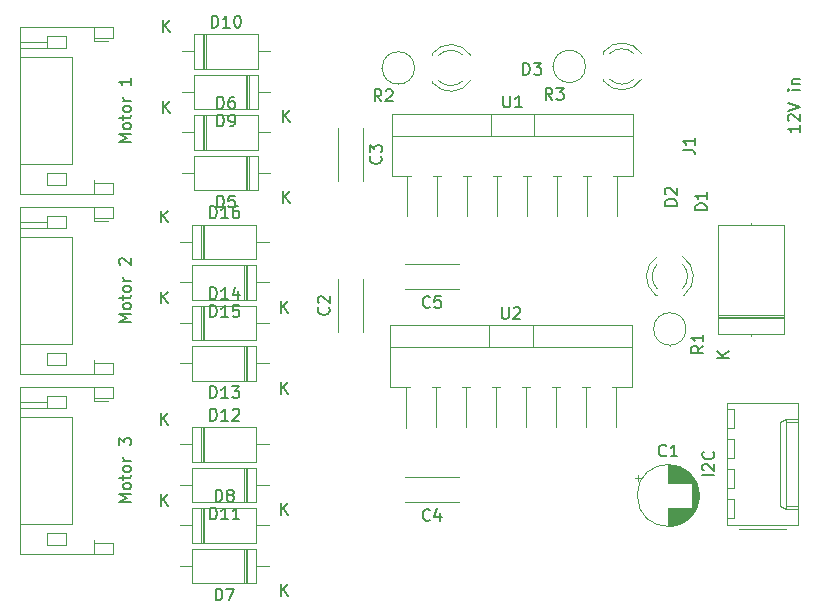
<source format=gbr>
G04 #@! TF.GenerationSoftware,KiCad,Pcbnew,5.1.6+dfsg1-1*
G04 #@! TF.CreationDate,2021-02-24T22:01:50+01:00*
G04 #@! TF.ProjectId,motor-control,6d6f746f-722d-4636-9f6e-74726f6c2e6b,rev?*
G04 #@! TF.SameCoordinates,Original*
G04 #@! TF.FileFunction,Legend,Top*
G04 #@! TF.FilePolarity,Positive*
%FSLAX46Y46*%
G04 Gerber Fmt 4.6, Leading zero omitted, Abs format (unit mm)*
G04 Created by KiCad (PCBNEW 5.1.6+dfsg1-1) date 2021-02-24 22:01:50*
%MOMM*%
%LPD*%
G01*
G04 APERTURE LIST*
%ADD10C,0.120000*%
%ADD11C,0.150000*%
G04 APERTURE END LIST*
D10*
X187759000Y-59509000D02*
X187759000Y-56569000D01*
X187759000Y-56569000D02*
X182319000Y-56569000D01*
X182319000Y-56569000D02*
X182319000Y-59509000D01*
X182319000Y-59509000D02*
X187759000Y-59509000D01*
X188779000Y-58039000D02*
X187759000Y-58039000D01*
X181299000Y-58039000D02*
X182319000Y-58039000D01*
X186859000Y-59509000D02*
X186859000Y-56569000D01*
X186739000Y-59509000D02*
X186739000Y-56569000D01*
X186979000Y-59509000D02*
X186979000Y-56569000D01*
X225108000Y-92202000D02*
G75*
G03*
X225108000Y-92202000I-2620000J0D01*
G01*
X222488000Y-93242000D02*
X222488000Y-94782000D01*
X222488000Y-89622000D02*
X222488000Y-91162000D01*
X222528000Y-93242000D02*
X222528000Y-94782000D01*
X222528000Y-89622000D02*
X222528000Y-91162000D01*
X222568000Y-89623000D02*
X222568000Y-91162000D01*
X222568000Y-93242000D02*
X222568000Y-94781000D01*
X222608000Y-89624000D02*
X222608000Y-91162000D01*
X222608000Y-93242000D02*
X222608000Y-94780000D01*
X222648000Y-89626000D02*
X222648000Y-91162000D01*
X222648000Y-93242000D02*
X222648000Y-94778000D01*
X222688000Y-89629000D02*
X222688000Y-91162000D01*
X222688000Y-93242000D02*
X222688000Y-94775000D01*
X222728000Y-89633000D02*
X222728000Y-91162000D01*
X222728000Y-93242000D02*
X222728000Y-94771000D01*
X222768000Y-89637000D02*
X222768000Y-91162000D01*
X222768000Y-93242000D02*
X222768000Y-94767000D01*
X222808000Y-89641000D02*
X222808000Y-91162000D01*
X222808000Y-93242000D02*
X222808000Y-94763000D01*
X222848000Y-89646000D02*
X222848000Y-91162000D01*
X222848000Y-93242000D02*
X222848000Y-94758000D01*
X222888000Y-89652000D02*
X222888000Y-91162000D01*
X222888000Y-93242000D02*
X222888000Y-94752000D01*
X222928000Y-89659000D02*
X222928000Y-91162000D01*
X222928000Y-93242000D02*
X222928000Y-94745000D01*
X222968000Y-89666000D02*
X222968000Y-91162000D01*
X222968000Y-93242000D02*
X222968000Y-94738000D01*
X223008000Y-89674000D02*
X223008000Y-91162000D01*
X223008000Y-93242000D02*
X223008000Y-94730000D01*
X223048000Y-89682000D02*
X223048000Y-91162000D01*
X223048000Y-93242000D02*
X223048000Y-94722000D01*
X223088000Y-89691000D02*
X223088000Y-91162000D01*
X223088000Y-93242000D02*
X223088000Y-94713000D01*
X223128000Y-89701000D02*
X223128000Y-91162000D01*
X223128000Y-93242000D02*
X223128000Y-94703000D01*
X223168000Y-89711000D02*
X223168000Y-91162000D01*
X223168000Y-93242000D02*
X223168000Y-94693000D01*
X223209000Y-89722000D02*
X223209000Y-91162000D01*
X223209000Y-93242000D02*
X223209000Y-94682000D01*
X223249000Y-89734000D02*
X223249000Y-91162000D01*
X223249000Y-93242000D02*
X223249000Y-94670000D01*
X223289000Y-89747000D02*
X223289000Y-91162000D01*
X223289000Y-93242000D02*
X223289000Y-94657000D01*
X223329000Y-89760000D02*
X223329000Y-91162000D01*
X223329000Y-93242000D02*
X223329000Y-94644000D01*
X223369000Y-89774000D02*
X223369000Y-91162000D01*
X223369000Y-93242000D02*
X223369000Y-94630000D01*
X223409000Y-89788000D02*
X223409000Y-91162000D01*
X223409000Y-93242000D02*
X223409000Y-94616000D01*
X223449000Y-89804000D02*
X223449000Y-91162000D01*
X223449000Y-93242000D02*
X223449000Y-94600000D01*
X223489000Y-89820000D02*
X223489000Y-91162000D01*
X223489000Y-93242000D02*
X223489000Y-94584000D01*
X223529000Y-89837000D02*
X223529000Y-91162000D01*
X223529000Y-93242000D02*
X223529000Y-94567000D01*
X223569000Y-89854000D02*
X223569000Y-91162000D01*
X223569000Y-93242000D02*
X223569000Y-94550000D01*
X223609000Y-89873000D02*
X223609000Y-91162000D01*
X223609000Y-93242000D02*
X223609000Y-94531000D01*
X223649000Y-89892000D02*
X223649000Y-91162000D01*
X223649000Y-93242000D02*
X223649000Y-94512000D01*
X223689000Y-89912000D02*
X223689000Y-91162000D01*
X223689000Y-93242000D02*
X223689000Y-94492000D01*
X223729000Y-89934000D02*
X223729000Y-91162000D01*
X223729000Y-93242000D02*
X223729000Y-94470000D01*
X223769000Y-89955000D02*
X223769000Y-91162000D01*
X223769000Y-93242000D02*
X223769000Y-94449000D01*
X223809000Y-89978000D02*
X223809000Y-91162000D01*
X223809000Y-93242000D02*
X223809000Y-94426000D01*
X223849000Y-90002000D02*
X223849000Y-91162000D01*
X223849000Y-93242000D02*
X223849000Y-94402000D01*
X223889000Y-90027000D02*
X223889000Y-91162000D01*
X223889000Y-93242000D02*
X223889000Y-94377000D01*
X223929000Y-90053000D02*
X223929000Y-91162000D01*
X223929000Y-93242000D02*
X223929000Y-94351000D01*
X223969000Y-90080000D02*
X223969000Y-91162000D01*
X223969000Y-93242000D02*
X223969000Y-94324000D01*
X224009000Y-90107000D02*
X224009000Y-91162000D01*
X224009000Y-93242000D02*
X224009000Y-94297000D01*
X224049000Y-90137000D02*
X224049000Y-91162000D01*
X224049000Y-93242000D02*
X224049000Y-94267000D01*
X224089000Y-90167000D02*
X224089000Y-91162000D01*
X224089000Y-93242000D02*
X224089000Y-94237000D01*
X224129000Y-90198000D02*
X224129000Y-91162000D01*
X224129000Y-93242000D02*
X224129000Y-94206000D01*
X224169000Y-90231000D02*
X224169000Y-91162000D01*
X224169000Y-93242000D02*
X224169000Y-94173000D01*
X224209000Y-90265000D02*
X224209000Y-91162000D01*
X224209000Y-93242000D02*
X224209000Y-94139000D01*
X224249000Y-90301000D02*
X224249000Y-91162000D01*
X224249000Y-93242000D02*
X224249000Y-94103000D01*
X224289000Y-90338000D02*
X224289000Y-91162000D01*
X224289000Y-93242000D02*
X224289000Y-94066000D01*
X224329000Y-90376000D02*
X224329000Y-91162000D01*
X224329000Y-93242000D02*
X224329000Y-94028000D01*
X224369000Y-90417000D02*
X224369000Y-91162000D01*
X224369000Y-93242000D02*
X224369000Y-93987000D01*
X224409000Y-90459000D02*
X224409000Y-91162000D01*
X224409000Y-93242000D02*
X224409000Y-93945000D01*
X224449000Y-90503000D02*
X224449000Y-91162000D01*
X224449000Y-93242000D02*
X224449000Y-93901000D01*
X224489000Y-90549000D02*
X224489000Y-91162000D01*
X224489000Y-93242000D02*
X224489000Y-93855000D01*
X224529000Y-90597000D02*
X224529000Y-93807000D01*
X224569000Y-90648000D02*
X224569000Y-93756000D01*
X224609000Y-90702000D02*
X224609000Y-93702000D01*
X224649000Y-90759000D02*
X224649000Y-93645000D01*
X224689000Y-90819000D02*
X224689000Y-93585000D01*
X224729000Y-90883000D02*
X224729000Y-93521000D01*
X224769000Y-90951000D02*
X224769000Y-93453000D01*
X224809000Y-91024000D02*
X224809000Y-93380000D01*
X224849000Y-91104000D02*
X224849000Y-93300000D01*
X224889000Y-91191000D02*
X224889000Y-93213000D01*
X224929000Y-91287000D02*
X224929000Y-93117000D01*
X224969000Y-91397000D02*
X224969000Y-93007000D01*
X225009000Y-91525000D02*
X225009000Y-92879000D01*
X225049000Y-91684000D02*
X225049000Y-92720000D01*
X225089000Y-91918000D02*
X225089000Y-92486000D01*
X219683225Y-90727000D02*
X220183225Y-90727000D01*
X219933225Y-90477000D02*
X219933225Y-90977000D01*
X196635000Y-73843000D02*
X196650000Y-73843000D01*
X194510000Y-73843000D02*
X194525000Y-73843000D01*
X196635000Y-78383000D02*
X196650000Y-78383000D01*
X194510000Y-78383000D02*
X194525000Y-78383000D01*
X196650000Y-78383000D02*
X196650000Y-73843000D01*
X194510000Y-78383000D02*
X194510000Y-73843000D01*
X194525000Y-65603000D02*
X194510000Y-65603000D01*
X196650000Y-65603000D02*
X196635000Y-65603000D01*
X194525000Y-61063000D02*
X194510000Y-61063000D01*
X196650000Y-61063000D02*
X196635000Y-61063000D01*
X194510000Y-61063000D02*
X194510000Y-65603000D01*
X196650000Y-61063000D02*
X196650000Y-65603000D01*
X204748000Y-92764000D02*
X200208000Y-92764000D01*
X204748000Y-90624000D02*
X200208000Y-90624000D01*
X204748000Y-92764000D02*
X204748000Y-92749000D01*
X204748000Y-90639000D02*
X204748000Y-90624000D01*
X200208000Y-92764000D02*
X200208000Y-92749000D01*
X200208000Y-90639000D02*
X200208000Y-90624000D01*
X204748000Y-74730000D02*
X200208000Y-74730000D01*
X204748000Y-72590000D02*
X200208000Y-72590000D01*
X204748000Y-74730000D02*
X204748000Y-74715000D01*
X204748000Y-72605000D02*
X204748000Y-72590000D01*
X200208000Y-74730000D02*
X200208000Y-74715000D01*
X200208000Y-72605000D02*
X200208000Y-72590000D01*
X226719000Y-78534000D02*
X232259000Y-78534000D01*
X232259000Y-78534000D02*
X232259000Y-69294000D01*
X232259000Y-69294000D02*
X226719000Y-69294000D01*
X226719000Y-69294000D02*
X226719000Y-78534000D01*
X229489000Y-78724000D02*
X229489000Y-78534000D01*
X229489000Y-69104000D02*
X229489000Y-69294000D01*
X226719000Y-77064000D02*
X232259000Y-77064000D01*
X226719000Y-76944000D02*
X232259000Y-76944000D01*
X226719000Y-77184000D02*
X232259000Y-77184000D01*
X221395000Y-75220000D02*
X221551000Y-75220000D01*
X223711000Y-75220000D02*
X223867000Y-75220000D01*
X221552392Y-71987665D02*
G75*
G03*
X221395484Y-75220000I1078608J-1672335D01*
G01*
X223709608Y-71987665D02*
G75*
G02*
X223866516Y-75220000I-1078608J-1672335D01*
G01*
X221551163Y-72618870D02*
G75*
G03*
X221551000Y-74700961I1079837J-1041130D01*
G01*
X223710837Y-72618870D02*
G75*
G02*
X223711000Y-74700961I-1079837J-1041130D01*
G01*
X202529000Y-57087000D02*
X202529000Y-57243000D01*
X202529000Y-54771000D02*
X202529000Y-54927000D01*
X205130130Y-57086837D02*
G75*
G02*
X203048039Y-57087000I-1041130J1079837D01*
G01*
X205130130Y-54927163D02*
G75*
G03*
X203048039Y-54927000I-1041130J-1079837D01*
G01*
X205761335Y-57085608D02*
G75*
G02*
X202529000Y-57242516I-1672335J1078608D01*
G01*
X205761335Y-54928392D02*
G75*
G03*
X202529000Y-54771484I-1672335J-1078608D01*
G01*
X217007000Y-54644000D02*
X217007000Y-54800000D01*
X217007000Y-56960000D02*
X217007000Y-57116000D01*
X220239335Y-54801392D02*
G75*
G03*
X217007000Y-54644484I-1672335J-1078608D01*
G01*
X220239335Y-56958608D02*
G75*
G02*
X217007000Y-57115516I-1672335J1078608D01*
G01*
X219608130Y-54800163D02*
G75*
G03*
X217526039Y-54800000I-1041130J-1079837D01*
G01*
X219608130Y-56959837D02*
G75*
G02*
X217526039Y-56960000I-1041130J1079837D01*
G01*
X227475000Y-94725000D02*
X233495000Y-94725000D01*
X233495000Y-94725000D02*
X233495000Y-84345000D01*
X233495000Y-84345000D02*
X227475000Y-84345000D01*
X227475000Y-84345000D02*
X227475000Y-94725000D01*
X228505000Y-95015000D02*
X232505000Y-95015000D01*
X233495000Y-93345000D02*
X232495000Y-93345000D01*
X232495000Y-93345000D02*
X232495000Y-85725000D01*
X232495000Y-85725000D02*
X233495000Y-85725000D01*
X232495000Y-93345000D02*
X231965000Y-93095000D01*
X231965000Y-93095000D02*
X231965000Y-85975000D01*
X231965000Y-85975000D02*
X232495000Y-85725000D01*
X233495000Y-93095000D02*
X232495000Y-93095000D01*
X233495000Y-85975000D02*
X232495000Y-85975000D01*
X227475000Y-94145000D02*
X228075000Y-94145000D01*
X228075000Y-94145000D02*
X228075000Y-92545000D01*
X228075000Y-92545000D02*
X227475000Y-92545000D01*
X227475000Y-91605000D02*
X228075000Y-91605000D01*
X228075000Y-91605000D02*
X228075000Y-90005000D01*
X228075000Y-90005000D02*
X227475000Y-90005000D01*
X227475000Y-89065000D02*
X228075000Y-89065000D01*
X228075000Y-89065000D02*
X228075000Y-87465000D01*
X228075000Y-87465000D02*
X227475000Y-87465000D01*
X227475000Y-86525000D02*
X228075000Y-86525000D01*
X228075000Y-86525000D02*
X228075000Y-84925000D01*
X228075000Y-84925000D02*
X227475000Y-84925000D01*
X173850000Y-53750000D02*
X173850000Y-53470000D01*
X173850000Y-53470000D02*
X175450000Y-53470000D01*
X175450000Y-53470000D02*
X175450000Y-52550000D01*
X175450000Y-52550000D02*
X167630000Y-52550000D01*
X167630000Y-52550000D02*
X167630000Y-66670000D01*
X167630000Y-66670000D02*
X175450000Y-66670000D01*
X175450000Y-66670000D02*
X175450000Y-65750000D01*
X175450000Y-65750000D02*
X173850000Y-65750000D01*
X173850000Y-65750000D02*
X173850000Y-65470000D01*
X167630000Y-55110000D02*
X171990000Y-55110000D01*
X171990000Y-55110000D02*
X171990000Y-64110000D01*
X171990000Y-64110000D02*
X167630000Y-64110000D01*
X173850000Y-52550000D02*
X173850000Y-53470000D01*
X173850000Y-66670000D02*
X173850000Y-65750000D01*
X171490000Y-53310000D02*
X169890000Y-53310000D01*
X169890000Y-53310000D02*
X169890000Y-54310000D01*
X169890000Y-54310000D02*
X171490000Y-54310000D01*
X171490000Y-54310000D02*
X171490000Y-53310000D01*
X171490000Y-65910000D02*
X169890000Y-65910000D01*
X169890000Y-65910000D02*
X169890000Y-64910000D01*
X169890000Y-64910000D02*
X171490000Y-64910000D01*
X171490000Y-64910000D02*
X171490000Y-65910000D01*
X169890000Y-54310000D02*
X167630000Y-54310000D01*
X169890000Y-53810000D02*
X167630000Y-53810000D01*
X173850000Y-53750000D02*
X175065000Y-53750000D01*
X173850000Y-68990000D02*
X175065000Y-68990000D01*
X169890000Y-69050000D02*
X167630000Y-69050000D01*
X169890000Y-69550000D02*
X167630000Y-69550000D01*
X171490000Y-80150000D02*
X171490000Y-81150000D01*
X169890000Y-80150000D02*
X171490000Y-80150000D01*
X169890000Y-81150000D02*
X169890000Y-80150000D01*
X171490000Y-81150000D02*
X169890000Y-81150000D01*
X171490000Y-69550000D02*
X171490000Y-68550000D01*
X169890000Y-69550000D02*
X171490000Y-69550000D01*
X169890000Y-68550000D02*
X169890000Y-69550000D01*
X171490000Y-68550000D02*
X169890000Y-68550000D01*
X173850000Y-81910000D02*
X173850000Y-80990000D01*
X173850000Y-67790000D02*
X173850000Y-68710000D01*
X171990000Y-79350000D02*
X167630000Y-79350000D01*
X171990000Y-70350000D02*
X171990000Y-79350000D01*
X167630000Y-70350000D02*
X171990000Y-70350000D01*
X173850000Y-80990000D02*
X173850000Y-80710000D01*
X175450000Y-80990000D02*
X173850000Y-80990000D01*
X175450000Y-81910000D02*
X175450000Y-80990000D01*
X167630000Y-81910000D02*
X175450000Y-81910000D01*
X167630000Y-67790000D02*
X167630000Y-81910000D01*
X175450000Y-67790000D02*
X167630000Y-67790000D01*
X175450000Y-68710000D02*
X175450000Y-67790000D01*
X173850000Y-68710000D02*
X175450000Y-68710000D01*
X173850000Y-68990000D02*
X173850000Y-68710000D01*
X173850000Y-84230000D02*
X173850000Y-83950000D01*
X173850000Y-83950000D02*
X175450000Y-83950000D01*
X175450000Y-83950000D02*
X175450000Y-83030000D01*
X175450000Y-83030000D02*
X167630000Y-83030000D01*
X167630000Y-83030000D02*
X167630000Y-97150000D01*
X167630000Y-97150000D02*
X175450000Y-97150000D01*
X175450000Y-97150000D02*
X175450000Y-96230000D01*
X175450000Y-96230000D02*
X173850000Y-96230000D01*
X173850000Y-96230000D02*
X173850000Y-95950000D01*
X167630000Y-85590000D02*
X171990000Y-85590000D01*
X171990000Y-85590000D02*
X171990000Y-94590000D01*
X171990000Y-94590000D02*
X167630000Y-94590000D01*
X173850000Y-83030000D02*
X173850000Y-83950000D01*
X173850000Y-97150000D02*
X173850000Y-96230000D01*
X171490000Y-83790000D02*
X169890000Y-83790000D01*
X169890000Y-83790000D02*
X169890000Y-84790000D01*
X169890000Y-84790000D02*
X171490000Y-84790000D01*
X171490000Y-84790000D02*
X171490000Y-83790000D01*
X171490000Y-96390000D02*
X169890000Y-96390000D01*
X169890000Y-96390000D02*
X169890000Y-95390000D01*
X169890000Y-95390000D02*
X171490000Y-95390000D01*
X171490000Y-95390000D02*
X171490000Y-96390000D01*
X169890000Y-84790000D02*
X167630000Y-84790000D01*
X169890000Y-84290000D02*
X167630000Y-84290000D01*
X173850000Y-84230000D02*
X175065000Y-84230000D01*
X199076000Y-59896000D02*
X219516000Y-59896000D01*
X199076000Y-65137000D02*
X200752000Y-65137000D01*
X202601000Y-65137000D02*
X203292000Y-65137000D01*
X205141000Y-65137000D02*
X205832000Y-65137000D01*
X207681000Y-65137000D02*
X208372000Y-65137000D01*
X210221000Y-65137000D02*
X210912000Y-65137000D01*
X212761000Y-65137000D02*
X213452000Y-65137000D01*
X215301000Y-65137000D02*
X215992000Y-65137000D01*
X217841000Y-65137000D02*
X219516000Y-65137000D01*
X199076000Y-59896000D02*
X199076000Y-65137000D01*
X219516000Y-59896000D02*
X219516000Y-65137000D01*
X199076000Y-61736000D02*
X219516000Y-61736000D01*
X207447000Y-59896000D02*
X207447000Y-61736000D01*
X211146000Y-59896000D02*
X211146000Y-61736000D01*
X200406000Y-65137000D02*
X200406000Y-68546000D01*
X202946000Y-65137000D02*
X202946000Y-68531000D01*
X205486000Y-65137000D02*
X205486000Y-68531000D01*
X208026000Y-65137000D02*
X208026000Y-68531000D01*
X210566000Y-65137000D02*
X210566000Y-68531000D01*
X213106000Y-65137000D02*
X213106000Y-68531000D01*
X215646000Y-65137000D02*
X215646000Y-68531000D01*
X218186000Y-65137000D02*
X218186000Y-68531000D01*
X218059000Y-83044000D02*
X218059000Y-86438000D01*
X215519000Y-83044000D02*
X215519000Y-86438000D01*
X212979000Y-83044000D02*
X212979000Y-86438000D01*
X210439000Y-83044000D02*
X210439000Y-86438000D01*
X207899000Y-83044000D02*
X207899000Y-86438000D01*
X205359000Y-83044000D02*
X205359000Y-86438000D01*
X202819000Y-83044000D02*
X202819000Y-86438000D01*
X200279000Y-83044000D02*
X200279000Y-86453000D01*
X211019000Y-77803000D02*
X211019000Y-79643000D01*
X207320000Y-77803000D02*
X207320000Y-79643000D01*
X198949000Y-79643000D02*
X219389000Y-79643000D01*
X219389000Y-77803000D02*
X219389000Y-83044000D01*
X198949000Y-77803000D02*
X198949000Y-83044000D01*
X217714000Y-83044000D02*
X219389000Y-83044000D01*
X215174000Y-83044000D02*
X215865000Y-83044000D01*
X212634000Y-83044000D02*
X213325000Y-83044000D01*
X210094000Y-83044000D02*
X210785000Y-83044000D01*
X207554000Y-83044000D02*
X208245000Y-83044000D01*
X205014000Y-83044000D02*
X205705000Y-83044000D01*
X202474000Y-83044000D02*
X203165000Y-83044000D01*
X198949000Y-83044000D02*
X200625000Y-83044000D01*
X198949000Y-77803000D02*
X219389000Y-77803000D01*
X186979000Y-66367000D02*
X186979000Y-63427000D01*
X186739000Y-66367000D02*
X186739000Y-63427000D01*
X186859000Y-66367000D02*
X186859000Y-63427000D01*
X181299000Y-64897000D02*
X182319000Y-64897000D01*
X188779000Y-64897000D02*
X187759000Y-64897000D01*
X182319000Y-66367000D02*
X187759000Y-66367000D01*
X182319000Y-63427000D02*
X182319000Y-66367000D01*
X187759000Y-63427000D02*
X182319000Y-63427000D01*
X187759000Y-66367000D02*
X187759000Y-63427000D01*
X182319000Y-59998000D02*
X182319000Y-62938000D01*
X182319000Y-62938000D02*
X187759000Y-62938000D01*
X187759000Y-62938000D02*
X187759000Y-59998000D01*
X187759000Y-59998000D02*
X182319000Y-59998000D01*
X181299000Y-61468000D02*
X182319000Y-61468000D01*
X188779000Y-61468000D02*
X187759000Y-61468000D01*
X183219000Y-59998000D02*
X183219000Y-62938000D01*
X183339000Y-59998000D02*
X183339000Y-62938000D01*
X183099000Y-59998000D02*
X183099000Y-62938000D01*
X187632000Y-99641000D02*
X187632000Y-96701000D01*
X187632000Y-96701000D02*
X182192000Y-96701000D01*
X182192000Y-96701000D02*
X182192000Y-99641000D01*
X182192000Y-99641000D02*
X187632000Y-99641000D01*
X188652000Y-98171000D02*
X187632000Y-98171000D01*
X181172000Y-98171000D02*
X182192000Y-98171000D01*
X186732000Y-99641000D02*
X186732000Y-96701000D01*
X186612000Y-99641000D02*
X186612000Y-96701000D01*
X186852000Y-99641000D02*
X186852000Y-96701000D01*
X182192000Y-93272000D02*
X182192000Y-96212000D01*
X182192000Y-96212000D02*
X187632000Y-96212000D01*
X187632000Y-96212000D02*
X187632000Y-93272000D01*
X187632000Y-93272000D02*
X182192000Y-93272000D01*
X181172000Y-94742000D02*
X182192000Y-94742000D01*
X188652000Y-94742000D02*
X187632000Y-94742000D01*
X183092000Y-93272000D02*
X183092000Y-96212000D01*
X183212000Y-93272000D02*
X183212000Y-96212000D01*
X182972000Y-93272000D02*
X182972000Y-96212000D01*
X183099000Y-53140000D02*
X183099000Y-56080000D01*
X183339000Y-53140000D02*
X183339000Y-56080000D01*
X183219000Y-53140000D02*
X183219000Y-56080000D01*
X188779000Y-54610000D02*
X187759000Y-54610000D01*
X181299000Y-54610000D02*
X182319000Y-54610000D01*
X187759000Y-53140000D02*
X182319000Y-53140000D01*
X187759000Y-56080000D02*
X187759000Y-53140000D01*
X182319000Y-56080000D02*
X187759000Y-56080000D01*
X182319000Y-53140000D02*
X182319000Y-56080000D01*
X186852000Y-92783000D02*
X186852000Y-89843000D01*
X186612000Y-92783000D02*
X186612000Y-89843000D01*
X186732000Y-92783000D02*
X186732000Y-89843000D01*
X181172000Y-91313000D02*
X182192000Y-91313000D01*
X188652000Y-91313000D02*
X187632000Y-91313000D01*
X182192000Y-92783000D02*
X187632000Y-92783000D01*
X182192000Y-89843000D02*
X182192000Y-92783000D01*
X187632000Y-89843000D02*
X182192000Y-89843000D01*
X187632000Y-92783000D02*
X187632000Y-89843000D01*
X182972000Y-86414000D02*
X182972000Y-89354000D01*
X183212000Y-86414000D02*
X183212000Y-89354000D01*
X183092000Y-86414000D02*
X183092000Y-89354000D01*
X188652000Y-87884000D02*
X187632000Y-87884000D01*
X181172000Y-87884000D02*
X182192000Y-87884000D01*
X187632000Y-86414000D02*
X182192000Y-86414000D01*
X187632000Y-89354000D02*
X187632000Y-86414000D01*
X182192000Y-89354000D02*
X187632000Y-89354000D01*
X182192000Y-86414000D02*
X182192000Y-89354000D01*
X186852000Y-82496000D02*
X186852000Y-79556000D01*
X186612000Y-82496000D02*
X186612000Y-79556000D01*
X186732000Y-82496000D02*
X186732000Y-79556000D01*
X181172000Y-81026000D02*
X182192000Y-81026000D01*
X188652000Y-81026000D02*
X187632000Y-81026000D01*
X182192000Y-82496000D02*
X187632000Y-82496000D01*
X182192000Y-79556000D02*
X182192000Y-82496000D01*
X187632000Y-79556000D02*
X182192000Y-79556000D01*
X187632000Y-82496000D02*
X187632000Y-79556000D01*
X182192000Y-76127000D02*
X182192000Y-79067000D01*
X182192000Y-79067000D02*
X187632000Y-79067000D01*
X187632000Y-79067000D02*
X187632000Y-76127000D01*
X187632000Y-76127000D02*
X182192000Y-76127000D01*
X181172000Y-77597000D02*
X182192000Y-77597000D01*
X188652000Y-77597000D02*
X187632000Y-77597000D01*
X183092000Y-76127000D02*
X183092000Y-79067000D01*
X183212000Y-76127000D02*
X183212000Y-79067000D01*
X182972000Y-76127000D02*
X182972000Y-79067000D01*
X186852000Y-75638000D02*
X186852000Y-72698000D01*
X186612000Y-75638000D02*
X186612000Y-72698000D01*
X186732000Y-75638000D02*
X186732000Y-72698000D01*
X181172000Y-74168000D02*
X182192000Y-74168000D01*
X188652000Y-74168000D02*
X187632000Y-74168000D01*
X182192000Y-75638000D02*
X187632000Y-75638000D01*
X182192000Y-72698000D02*
X182192000Y-75638000D01*
X187632000Y-72698000D02*
X182192000Y-72698000D01*
X187632000Y-75638000D02*
X187632000Y-72698000D01*
X182972000Y-69269000D02*
X182972000Y-72209000D01*
X183212000Y-69269000D02*
X183212000Y-72209000D01*
X183092000Y-69269000D02*
X183092000Y-72209000D01*
X188652000Y-70739000D02*
X187632000Y-70739000D01*
X181172000Y-70739000D02*
X182192000Y-70739000D01*
X187632000Y-69269000D02*
X182192000Y-69269000D01*
X187632000Y-72209000D02*
X187632000Y-69269000D01*
X182192000Y-72209000D02*
X187632000Y-72209000D01*
X182192000Y-69269000D02*
X182192000Y-72209000D01*
X222631000Y-79475000D02*
X222631000Y-79545000D01*
X224001000Y-78105000D02*
G75*
G03*
X224001000Y-78105000I-1370000J0D01*
G01*
X201014000Y-56007000D02*
G75*
G03*
X201014000Y-56007000I-1370000J0D01*
G01*
X198274000Y-56007000D02*
X198204000Y-56007000D01*
X212752000Y-55880000D02*
X212682000Y-55880000D01*
X215492000Y-55880000D02*
G75*
G03*
X215492000Y-55880000I-1370000J0D01*
G01*
D11*
X184300904Y-60961380D02*
X184300904Y-59961380D01*
X184539000Y-59961380D01*
X184681857Y-60009000D01*
X184777095Y-60104238D01*
X184824714Y-60199476D01*
X184872333Y-60389952D01*
X184872333Y-60532809D01*
X184824714Y-60723285D01*
X184777095Y-60818523D01*
X184681857Y-60913761D01*
X184539000Y-60961380D01*
X184300904Y-60961380D01*
X185348523Y-60961380D02*
X185539000Y-60961380D01*
X185634238Y-60913761D01*
X185681857Y-60866142D01*
X185777095Y-60723285D01*
X185824714Y-60532809D01*
X185824714Y-60151857D01*
X185777095Y-60056619D01*
X185729476Y-60009000D01*
X185634238Y-59961380D01*
X185443761Y-59961380D01*
X185348523Y-60009000D01*
X185300904Y-60056619D01*
X185253285Y-60151857D01*
X185253285Y-60389952D01*
X185300904Y-60485190D01*
X185348523Y-60532809D01*
X185443761Y-60580428D01*
X185634238Y-60580428D01*
X185729476Y-60532809D01*
X185777095Y-60485190D01*
X185824714Y-60389952D01*
X189857095Y-60591380D02*
X189857095Y-59591380D01*
X190428523Y-60591380D02*
X189999952Y-60019952D01*
X190428523Y-59591380D02*
X189857095Y-60162809D01*
X222321333Y-88809142D02*
X222273714Y-88856761D01*
X222130857Y-88904380D01*
X222035619Y-88904380D01*
X221892761Y-88856761D01*
X221797523Y-88761523D01*
X221749904Y-88666285D01*
X221702285Y-88475809D01*
X221702285Y-88332952D01*
X221749904Y-88142476D01*
X221797523Y-88047238D01*
X221892761Y-87952000D01*
X222035619Y-87904380D01*
X222130857Y-87904380D01*
X222273714Y-87952000D01*
X222321333Y-87999619D01*
X223273714Y-88904380D02*
X222702285Y-88904380D01*
X222988000Y-88904380D02*
X222988000Y-87904380D01*
X222892761Y-88047238D01*
X222797523Y-88142476D01*
X222702285Y-88190095D01*
X193737142Y-76279666D02*
X193784761Y-76327285D01*
X193832380Y-76470142D01*
X193832380Y-76565380D01*
X193784761Y-76708238D01*
X193689523Y-76803476D01*
X193594285Y-76851095D01*
X193403809Y-76898714D01*
X193260952Y-76898714D01*
X193070476Y-76851095D01*
X192975238Y-76803476D01*
X192880000Y-76708238D01*
X192832380Y-76565380D01*
X192832380Y-76470142D01*
X192880000Y-76327285D01*
X192927619Y-76279666D01*
X192927619Y-75898714D02*
X192880000Y-75851095D01*
X192832380Y-75755857D01*
X192832380Y-75517761D01*
X192880000Y-75422523D01*
X192927619Y-75374904D01*
X193022857Y-75327285D01*
X193118095Y-75327285D01*
X193260952Y-75374904D01*
X193832380Y-75946333D01*
X193832380Y-75327285D01*
X198137142Y-63499666D02*
X198184761Y-63547285D01*
X198232380Y-63690142D01*
X198232380Y-63785380D01*
X198184761Y-63928238D01*
X198089523Y-64023476D01*
X197994285Y-64071095D01*
X197803809Y-64118714D01*
X197660952Y-64118714D01*
X197470476Y-64071095D01*
X197375238Y-64023476D01*
X197280000Y-63928238D01*
X197232380Y-63785380D01*
X197232380Y-63690142D01*
X197280000Y-63547285D01*
X197327619Y-63499666D01*
X197232380Y-63166333D02*
X197232380Y-62547285D01*
X197613333Y-62880619D01*
X197613333Y-62737761D01*
X197660952Y-62642523D01*
X197708571Y-62594904D01*
X197803809Y-62547285D01*
X198041904Y-62547285D01*
X198137142Y-62594904D01*
X198184761Y-62642523D01*
X198232380Y-62737761D01*
X198232380Y-63023476D01*
X198184761Y-63118714D01*
X198137142Y-63166333D01*
X202311333Y-94251142D02*
X202263714Y-94298761D01*
X202120857Y-94346380D01*
X202025619Y-94346380D01*
X201882761Y-94298761D01*
X201787523Y-94203523D01*
X201739904Y-94108285D01*
X201692285Y-93917809D01*
X201692285Y-93774952D01*
X201739904Y-93584476D01*
X201787523Y-93489238D01*
X201882761Y-93394000D01*
X202025619Y-93346380D01*
X202120857Y-93346380D01*
X202263714Y-93394000D01*
X202311333Y-93441619D01*
X203168476Y-93679714D02*
X203168476Y-94346380D01*
X202930380Y-93298761D02*
X202692285Y-94013047D01*
X203311333Y-94013047D01*
X202311333Y-76217142D02*
X202263714Y-76264761D01*
X202120857Y-76312380D01*
X202025619Y-76312380D01*
X201882761Y-76264761D01*
X201787523Y-76169523D01*
X201739904Y-76074285D01*
X201692285Y-75883809D01*
X201692285Y-75740952D01*
X201739904Y-75550476D01*
X201787523Y-75455238D01*
X201882761Y-75360000D01*
X202025619Y-75312380D01*
X202120857Y-75312380D01*
X202263714Y-75360000D01*
X202311333Y-75407619D01*
X203216095Y-75312380D02*
X202739904Y-75312380D01*
X202692285Y-75788571D01*
X202739904Y-75740952D01*
X202835142Y-75693333D01*
X203073238Y-75693333D01*
X203168476Y-75740952D01*
X203216095Y-75788571D01*
X203263714Y-75883809D01*
X203263714Y-76121904D01*
X203216095Y-76217142D01*
X203168476Y-76264761D01*
X203073238Y-76312380D01*
X202835142Y-76312380D01*
X202739904Y-76264761D01*
X202692285Y-76217142D01*
X225750380Y-68048095D02*
X224750380Y-68048095D01*
X224750380Y-67810000D01*
X224798000Y-67667142D01*
X224893238Y-67571904D01*
X224988476Y-67524285D01*
X225178952Y-67476666D01*
X225321809Y-67476666D01*
X225512285Y-67524285D01*
X225607523Y-67571904D01*
X225702761Y-67667142D01*
X225750380Y-67810000D01*
X225750380Y-68048095D01*
X225750380Y-66524285D02*
X225750380Y-67095714D01*
X225750380Y-66810000D02*
X224750380Y-66810000D01*
X224893238Y-66905238D01*
X224988476Y-67000476D01*
X225036095Y-67095714D01*
X227641380Y-80525904D02*
X226641380Y-80525904D01*
X227641380Y-79954476D02*
X227069952Y-80383047D01*
X226641380Y-79954476D02*
X227212809Y-80525904D01*
X223210380Y-67667095D02*
X222210380Y-67667095D01*
X222210380Y-67429000D01*
X222258000Y-67286142D01*
X222353238Y-67190904D01*
X222448476Y-67143285D01*
X222638952Y-67095666D01*
X222781809Y-67095666D01*
X222972285Y-67143285D01*
X223067523Y-67190904D01*
X223162761Y-67286142D01*
X223210380Y-67429000D01*
X223210380Y-67667095D01*
X222305619Y-66714714D02*
X222258000Y-66667095D01*
X222210380Y-66571857D01*
X222210380Y-66333761D01*
X222258000Y-66238523D01*
X222305619Y-66190904D01*
X222400857Y-66143285D01*
X222496095Y-66143285D01*
X222638952Y-66190904D01*
X223210380Y-66762333D01*
X223210380Y-66143285D01*
X210208904Y-56586380D02*
X210208904Y-55586380D01*
X210447000Y-55586380D01*
X210589857Y-55634000D01*
X210685095Y-55729238D01*
X210732714Y-55824476D01*
X210780333Y-56014952D01*
X210780333Y-56157809D01*
X210732714Y-56348285D01*
X210685095Y-56443523D01*
X210589857Y-56538761D01*
X210447000Y-56586380D01*
X210208904Y-56586380D01*
X211113666Y-55586380D02*
X211732714Y-55586380D01*
X211399380Y-55967333D01*
X211542238Y-55967333D01*
X211637476Y-56014952D01*
X211685095Y-56062571D01*
X211732714Y-56157809D01*
X211732714Y-56395904D01*
X211685095Y-56491142D01*
X211637476Y-56538761D01*
X211542238Y-56586380D01*
X211256523Y-56586380D01*
X211161285Y-56538761D01*
X211113666Y-56491142D01*
X233624380Y-60872476D02*
X233624380Y-61443904D01*
X233624380Y-61158190D02*
X232624380Y-61158190D01*
X232767238Y-61253428D01*
X232862476Y-61348666D01*
X232910095Y-61443904D01*
X232719619Y-60491523D02*
X232672000Y-60443904D01*
X232624380Y-60348666D01*
X232624380Y-60110571D01*
X232672000Y-60015333D01*
X232719619Y-59967714D01*
X232814857Y-59920095D01*
X232910095Y-59920095D01*
X233052952Y-59967714D01*
X233624380Y-60539142D01*
X233624380Y-59920095D01*
X232624380Y-59634380D02*
X233624380Y-59301047D01*
X232624380Y-58967714D01*
X233624380Y-57872476D02*
X232957714Y-57872476D01*
X232624380Y-57872476D02*
X232672000Y-57920095D01*
X232719619Y-57872476D01*
X232672000Y-57824857D01*
X232624380Y-57872476D01*
X232719619Y-57872476D01*
X232957714Y-57396285D02*
X233624380Y-57396285D01*
X233052952Y-57396285D02*
X233005333Y-57348666D01*
X232957714Y-57253428D01*
X232957714Y-57110571D01*
X233005333Y-57015333D01*
X233100571Y-56967714D01*
X233624380Y-56967714D01*
X223734380Y-62944333D02*
X224448666Y-62944333D01*
X224591523Y-62991952D01*
X224686761Y-63087190D01*
X224734380Y-63230047D01*
X224734380Y-63325285D01*
X224734380Y-61944333D02*
X224734380Y-62515761D01*
X224734380Y-62230047D02*
X223734380Y-62230047D01*
X223877238Y-62325285D01*
X223972476Y-62420523D01*
X224020095Y-62515761D01*
X226385380Y-90511190D02*
X225385380Y-90511190D01*
X225480619Y-90082619D02*
X225433000Y-90035000D01*
X225385380Y-89939761D01*
X225385380Y-89701666D01*
X225433000Y-89606428D01*
X225480619Y-89558809D01*
X225575857Y-89511190D01*
X225671095Y-89511190D01*
X225813952Y-89558809D01*
X226385380Y-90130238D01*
X226385380Y-89511190D01*
X226290142Y-88511190D02*
X226337761Y-88558809D01*
X226385380Y-88701666D01*
X226385380Y-88796904D01*
X226337761Y-88939761D01*
X226242523Y-89035000D01*
X226147285Y-89082619D01*
X225956809Y-89130238D01*
X225813952Y-89130238D01*
X225623476Y-89082619D01*
X225528238Y-89035000D01*
X225433000Y-88939761D01*
X225385380Y-88796904D01*
X225385380Y-88701666D01*
X225433000Y-88558809D01*
X225480619Y-88511190D01*
X176992380Y-62300476D02*
X175992380Y-62300476D01*
X176706666Y-61967142D01*
X175992380Y-61633809D01*
X176992380Y-61633809D01*
X176992380Y-61014761D02*
X176944761Y-61110000D01*
X176897142Y-61157619D01*
X176801904Y-61205238D01*
X176516190Y-61205238D01*
X176420952Y-61157619D01*
X176373333Y-61110000D01*
X176325714Y-61014761D01*
X176325714Y-60871904D01*
X176373333Y-60776666D01*
X176420952Y-60729047D01*
X176516190Y-60681428D01*
X176801904Y-60681428D01*
X176897142Y-60729047D01*
X176944761Y-60776666D01*
X176992380Y-60871904D01*
X176992380Y-61014761D01*
X176325714Y-60395714D02*
X176325714Y-60014761D01*
X175992380Y-60252857D02*
X176849523Y-60252857D01*
X176944761Y-60205238D01*
X176992380Y-60110000D01*
X176992380Y-60014761D01*
X176992380Y-59538571D02*
X176944761Y-59633809D01*
X176897142Y-59681428D01*
X176801904Y-59729047D01*
X176516190Y-59729047D01*
X176420952Y-59681428D01*
X176373333Y-59633809D01*
X176325714Y-59538571D01*
X176325714Y-59395714D01*
X176373333Y-59300476D01*
X176420952Y-59252857D01*
X176516190Y-59205238D01*
X176801904Y-59205238D01*
X176897142Y-59252857D01*
X176944761Y-59300476D01*
X176992380Y-59395714D01*
X176992380Y-59538571D01*
X176992380Y-58776666D02*
X176325714Y-58776666D01*
X176516190Y-58776666D02*
X176420952Y-58729047D01*
X176373333Y-58681428D01*
X176325714Y-58586190D01*
X176325714Y-58490952D01*
X176992380Y-56871904D02*
X176992380Y-57443333D01*
X176992380Y-57157619D02*
X175992380Y-57157619D01*
X176135238Y-57252857D01*
X176230476Y-57348095D01*
X176278095Y-57443333D01*
X176992380Y-77540476D02*
X175992380Y-77540476D01*
X176706666Y-77207142D01*
X175992380Y-76873809D01*
X176992380Y-76873809D01*
X176992380Y-76254761D02*
X176944761Y-76350000D01*
X176897142Y-76397619D01*
X176801904Y-76445238D01*
X176516190Y-76445238D01*
X176420952Y-76397619D01*
X176373333Y-76350000D01*
X176325714Y-76254761D01*
X176325714Y-76111904D01*
X176373333Y-76016666D01*
X176420952Y-75969047D01*
X176516190Y-75921428D01*
X176801904Y-75921428D01*
X176897142Y-75969047D01*
X176944761Y-76016666D01*
X176992380Y-76111904D01*
X176992380Y-76254761D01*
X176325714Y-75635714D02*
X176325714Y-75254761D01*
X175992380Y-75492857D02*
X176849523Y-75492857D01*
X176944761Y-75445238D01*
X176992380Y-75350000D01*
X176992380Y-75254761D01*
X176992380Y-74778571D02*
X176944761Y-74873809D01*
X176897142Y-74921428D01*
X176801904Y-74969047D01*
X176516190Y-74969047D01*
X176420952Y-74921428D01*
X176373333Y-74873809D01*
X176325714Y-74778571D01*
X176325714Y-74635714D01*
X176373333Y-74540476D01*
X176420952Y-74492857D01*
X176516190Y-74445238D01*
X176801904Y-74445238D01*
X176897142Y-74492857D01*
X176944761Y-74540476D01*
X176992380Y-74635714D01*
X176992380Y-74778571D01*
X176992380Y-74016666D02*
X176325714Y-74016666D01*
X176516190Y-74016666D02*
X176420952Y-73969047D01*
X176373333Y-73921428D01*
X176325714Y-73826190D01*
X176325714Y-73730952D01*
X176087619Y-72683333D02*
X176040000Y-72635714D01*
X175992380Y-72540476D01*
X175992380Y-72302380D01*
X176040000Y-72207142D01*
X176087619Y-72159523D01*
X176182857Y-72111904D01*
X176278095Y-72111904D01*
X176420952Y-72159523D01*
X176992380Y-72730952D01*
X176992380Y-72111904D01*
X176992380Y-92780476D02*
X175992380Y-92780476D01*
X176706666Y-92447142D01*
X175992380Y-92113809D01*
X176992380Y-92113809D01*
X176992380Y-91494761D02*
X176944761Y-91590000D01*
X176897142Y-91637619D01*
X176801904Y-91685238D01*
X176516190Y-91685238D01*
X176420952Y-91637619D01*
X176373333Y-91590000D01*
X176325714Y-91494761D01*
X176325714Y-91351904D01*
X176373333Y-91256666D01*
X176420952Y-91209047D01*
X176516190Y-91161428D01*
X176801904Y-91161428D01*
X176897142Y-91209047D01*
X176944761Y-91256666D01*
X176992380Y-91351904D01*
X176992380Y-91494761D01*
X176325714Y-90875714D02*
X176325714Y-90494761D01*
X175992380Y-90732857D02*
X176849523Y-90732857D01*
X176944761Y-90685238D01*
X176992380Y-90590000D01*
X176992380Y-90494761D01*
X176992380Y-90018571D02*
X176944761Y-90113809D01*
X176897142Y-90161428D01*
X176801904Y-90209047D01*
X176516190Y-90209047D01*
X176420952Y-90161428D01*
X176373333Y-90113809D01*
X176325714Y-90018571D01*
X176325714Y-89875714D01*
X176373333Y-89780476D01*
X176420952Y-89732857D01*
X176516190Y-89685238D01*
X176801904Y-89685238D01*
X176897142Y-89732857D01*
X176944761Y-89780476D01*
X176992380Y-89875714D01*
X176992380Y-90018571D01*
X176992380Y-89256666D02*
X176325714Y-89256666D01*
X176516190Y-89256666D02*
X176420952Y-89209047D01*
X176373333Y-89161428D01*
X176325714Y-89066190D01*
X176325714Y-88970952D01*
X175992380Y-87970952D02*
X175992380Y-87351904D01*
X176373333Y-87685238D01*
X176373333Y-87542380D01*
X176420952Y-87447142D01*
X176468571Y-87399523D01*
X176563809Y-87351904D01*
X176801904Y-87351904D01*
X176897142Y-87399523D01*
X176944761Y-87447142D01*
X176992380Y-87542380D01*
X176992380Y-87828095D01*
X176944761Y-87923333D01*
X176897142Y-87970952D01*
X208534095Y-58348380D02*
X208534095Y-59157904D01*
X208581714Y-59253142D01*
X208629333Y-59300761D01*
X208724571Y-59348380D01*
X208915047Y-59348380D01*
X209010285Y-59300761D01*
X209057904Y-59253142D01*
X209105523Y-59157904D01*
X209105523Y-58348380D01*
X210105523Y-59348380D02*
X209534095Y-59348380D01*
X209819809Y-59348380D02*
X209819809Y-58348380D01*
X209724571Y-58491238D01*
X209629333Y-58586476D01*
X209534095Y-58634095D01*
X208407095Y-76255380D02*
X208407095Y-77064904D01*
X208454714Y-77160142D01*
X208502333Y-77207761D01*
X208597571Y-77255380D01*
X208788047Y-77255380D01*
X208883285Y-77207761D01*
X208930904Y-77160142D01*
X208978523Y-77064904D01*
X208978523Y-76255380D01*
X209407095Y-76350619D02*
X209454714Y-76303000D01*
X209549952Y-76255380D01*
X209788047Y-76255380D01*
X209883285Y-76303000D01*
X209930904Y-76350619D01*
X209978523Y-76445857D01*
X209978523Y-76541095D01*
X209930904Y-76683952D01*
X209359476Y-77255380D01*
X209978523Y-77255380D01*
X184300904Y-67819380D02*
X184300904Y-66819380D01*
X184539000Y-66819380D01*
X184681857Y-66867000D01*
X184777095Y-66962238D01*
X184824714Y-67057476D01*
X184872333Y-67247952D01*
X184872333Y-67390809D01*
X184824714Y-67581285D01*
X184777095Y-67676523D01*
X184681857Y-67771761D01*
X184539000Y-67819380D01*
X184300904Y-67819380D01*
X185777095Y-66819380D02*
X185300904Y-66819380D01*
X185253285Y-67295571D01*
X185300904Y-67247952D01*
X185396142Y-67200333D01*
X185634238Y-67200333D01*
X185729476Y-67247952D01*
X185777095Y-67295571D01*
X185824714Y-67390809D01*
X185824714Y-67628904D01*
X185777095Y-67724142D01*
X185729476Y-67771761D01*
X185634238Y-67819380D01*
X185396142Y-67819380D01*
X185300904Y-67771761D01*
X185253285Y-67724142D01*
X189857095Y-67449380D02*
X189857095Y-66449380D01*
X190428523Y-67449380D02*
X189999952Y-66877952D01*
X190428523Y-66449380D02*
X189857095Y-67020809D01*
X184300904Y-59450380D02*
X184300904Y-58450380D01*
X184539000Y-58450380D01*
X184681857Y-58498000D01*
X184777095Y-58593238D01*
X184824714Y-58688476D01*
X184872333Y-58878952D01*
X184872333Y-59021809D01*
X184824714Y-59212285D01*
X184777095Y-59307523D01*
X184681857Y-59402761D01*
X184539000Y-59450380D01*
X184300904Y-59450380D01*
X185729476Y-58450380D02*
X185539000Y-58450380D01*
X185443761Y-58498000D01*
X185396142Y-58545619D01*
X185300904Y-58688476D01*
X185253285Y-58878952D01*
X185253285Y-59259904D01*
X185300904Y-59355142D01*
X185348523Y-59402761D01*
X185443761Y-59450380D01*
X185634238Y-59450380D01*
X185729476Y-59402761D01*
X185777095Y-59355142D01*
X185824714Y-59259904D01*
X185824714Y-59021809D01*
X185777095Y-58926571D01*
X185729476Y-58878952D01*
X185634238Y-58831333D01*
X185443761Y-58831333D01*
X185348523Y-58878952D01*
X185300904Y-58926571D01*
X185253285Y-59021809D01*
X179697095Y-59820380D02*
X179697095Y-58820380D01*
X180268523Y-59820380D02*
X179839952Y-59248952D01*
X180268523Y-58820380D02*
X179697095Y-59391809D01*
X184173904Y-101093380D02*
X184173904Y-100093380D01*
X184412000Y-100093380D01*
X184554857Y-100141000D01*
X184650095Y-100236238D01*
X184697714Y-100331476D01*
X184745333Y-100521952D01*
X184745333Y-100664809D01*
X184697714Y-100855285D01*
X184650095Y-100950523D01*
X184554857Y-101045761D01*
X184412000Y-101093380D01*
X184173904Y-101093380D01*
X185078666Y-100093380D02*
X185745333Y-100093380D01*
X185316761Y-101093380D01*
X189730095Y-100723380D02*
X189730095Y-99723380D01*
X190301523Y-100723380D02*
X189872952Y-100151952D01*
X190301523Y-99723380D02*
X189730095Y-100294809D01*
X184173904Y-92724380D02*
X184173904Y-91724380D01*
X184412000Y-91724380D01*
X184554857Y-91772000D01*
X184650095Y-91867238D01*
X184697714Y-91962476D01*
X184745333Y-92152952D01*
X184745333Y-92295809D01*
X184697714Y-92486285D01*
X184650095Y-92581523D01*
X184554857Y-92676761D01*
X184412000Y-92724380D01*
X184173904Y-92724380D01*
X185316761Y-92152952D02*
X185221523Y-92105333D01*
X185173904Y-92057714D01*
X185126285Y-91962476D01*
X185126285Y-91914857D01*
X185173904Y-91819619D01*
X185221523Y-91772000D01*
X185316761Y-91724380D01*
X185507238Y-91724380D01*
X185602476Y-91772000D01*
X185650095Y-91819619D01*
X185697714Y-91914857D01*
X185697714Y-91962476D01*
X185650095Y-92057714D01*
X185602476Y-92105333D01*
X185507238Y-92152952D01*
X185316761Y-92152952D01*
X185221523Y-92200571D01*
X185173904Y-92248190D01*
X185126285Y-92343428D01*
X185126285Y-92533904D01*
X185173904Y-92629142D01*
X185221523Y-92676761D01*
X185316761Y-92724380D01*
X185507238Y-92724380D01*
X185602476Y-92676761D01*
X185650095Y-92629142D01*
X185697714Y-92533904D01*
X185697714Y-92343428D01*
X185650095Y-92248190D01*
X185602476Y-92200571D01*
X185507238Y-92152952D01*
X179570095Y-93094380D02*
X179570095Y-92094380D01*
X180141523Y-93094380D02*
X179712952Y-92522952D01*
X180141523Y-92094380D02*
X179570095Y-92665809D01*
X183824714Y-52592380D02*
X183824714Y-51592380D01*
X184062809Y-51592380D01*
X184205666Y-51640000D01*
X184300904Y-51735238D01*
X184348523Y-51830476D01*
X184396142Y-52020952D01*
X184396142Y-52163809D01*
X184348523Y-52354285D01*
X184300904Y-52449523D01*
X184205666Y-52544761D01*
X184062809Y-52592380D01*
X183824714Y-52592380D01*
X185348523Y-52592380D02*
X184777095Y-52592380D01*
X185062809Y-52592380D02*
X185062809Y-51592380D01*
X184967571Y-51735238D01*
X184872333Y-51830476D01*
X184777095Y-51878095D01*
X185967571Y-51592380D02*
X186062809Y-51592380D01*
X186158047Y-51640000D01*
X186205666Y-51687619D01*
X186253285Y-51782857D01*
X186300904Y-51973333D01*
X186300904Y-52211428D01*
X186253285Y-52401904D01*
X186205666Y-52497142D01*
X186158047Y-52544761D01*
X186062809Y-52592380D01*
X185967571Y-52592380D01*
X185872333Y-52544761D01*
X185824714Y-52497142D01*
X185777095Y-52401904D01*
X185729476Y-52211428D01*
X185729476Y-51973333D01*
X185777095Y-51782857D01*
X185824714Y-51687619D01*
X185872333Y-51640000D01*
X185967571Y-51592380D01*
X179697095Y-52962380D02*
X179697095Y-51962380D01*
X180268523Y-52962380D02*
X179839952Y-52390952D01*
X180268523Y-51962380D02*
X179697095Y-52533809D01*
X183697714Y-94235380D02*
X183697714Y-93235380D01*
X183935809Y-93235380D01*
X184078666Y-93283000D01*
X184173904Y-93378238D01*
X184221523Y-93473476D01*
X184269142Y-93663952D01*
X184269142Y-93806809D01*
X184221523Y-93997285D01*
X184173904Y-94092523D01*
X184078666Y-94187761D01*
X183935809Y-94235380D01*
X183697714Y-94235380D01*
X185221523Y-94235380D02*
X184650095Y-94235380D01*
X184935809Y-94235380D02*
X184935809Y-93235380D01*
X184840571Y-93378238D01*
X184745333Y-93473476D01*
X184650095Y-93521095D01*
X186173904Y-94235380D02*
X185602476Y-94235380D01*
X185888190Y-94235380D02*
X185888190Y-93235380D01*
X185792952Y-93378238D01*
X185697714Y-93473476D01*
X185602476Y-93521095D01*
X189730095Y-93865380D02*
X189730095Y-92865380D01*
X190301523Y-93865380D02*
X189872952Y-93293952D01*
X190301523Y-92865380D02*
X189730095Y-93436809D01*
X183697714Y-85866380D02*
X183697714Y-84866380D01*
X183935809Y-84866380D01*
X184078666Y-84914000D01*
X184173904Y-85009238D01*
X184221523Y-85104476D01*
X184269142Y-85294952D01*
X184269142Y-85437809D01*
X184221523Y-85628285D01*
X184173904Y-85723523D01*
X184078666Y-85818761D01*
X183935809Y-85866380D01*
X183697714Y-85866380D01*
X185221523Y-85866380D02*
X184650095Y-85866380D01*
X184935809Y-85866380D02*
X184935809Y-84866380D01*
X184840571Y-85009238D01*
X184745333Y-85104476D01*
X184650095Y-85152095D01*
X185602476Y-84961619D02*
X185650095Y-84914000D01*
X185745333Y-84866380D01*
X185983428Y-84866380D01*
X186078666Y-84914000D01*
X186126285Y-84961619D01*
X186173904Y-85056857D01*
X186173904Y-85152095D01*
X186126285Y-85294952D01*
X185554857Y-85866380D01*
X186173904Y-85866380D01*
X179570095Y-86236380D02*
X179570095Y-85236380D01*
X180141523Y-86236380D02*
X179712952Y-85664952D01*
X180141523Y-85236380D02*
X179570095Y-85807809D01*
X183697714Y-83948380D02*
X183697714Y-82948380D01*
X183935809Y-82948380D01*
X184078666Y-82996000D01*
X184173904Y-83091238D01*
X184221523Y-83186476D01*
X184269142Y-83376952D01*
X184269142Y-83519809D01*
X184221523Y-83710285D01*
X184173904Y-83805523D01*
X184078666Y-83900761D01*
X183935809Y-83948380D01*
X183697714Y-83948380D01*
X185221523Y-83948380D02*
X184650095Y-83948380D01*
X184935809Y-83948380D02*
X184935809Y-82948380D01*
X184840571Y-83091238D01*
X184745333Y-83186476D01*
X184650095Y-83234095D01*
X185554857Y-82948380D02*
X186173904Y-82948380D01*
X185840571Y-83329333D01*
X185983428Y-83329333D01*
X186078666Y-83376952D01*
X186126285Y-83424571D01*
X186173904Y-83519809D01*
X186173904Y-83757904D01*
X186126285Y-83853142D01*
X186078666Y-83900761D01*
X185983428Y-83948380D01*
X185697714Y-83948380D01*
X185602476Y-83900761D01*
X185554857Y-83853142D01*
X189730095Y-83578380D02*
X189730095Y-82578380D01*
X190301523Y-83578380D02*
X189872952Y-83006952D01*
X190301523Y-82578380D02*
X189730095Y-83149809D01*
X183697714Y-75579380D02*
X183697714Y-74579380D01*
X183935809Y-74579380D01*
X184078666Y-74627000D01*
X184173904Y-74722238D01*
X184221523Y-74817476D01*
X184269142Y-75007952D01*
X184269142Y-75150809D01*
X184221523Y-75341285D01*
X184173904Y-75436523D01*
X184078666Y-75531761D01*
X183935809Y-75579380D01*
X183697714Y-75579380D01*
X185221523Y-75579380D02*
X184650095Y-75579380D01*
X184935809Y-75579380D02*
X184935809Y-74579380D01*
X184840571Y-74722238D01*
X184745333Y-74817476D01*
X184650095Y-74865095D01*
X186078666Y-74912714D02*
X186078666Y-75579380D01*
X185840571Y-74531761D02*
X185602476Y-75246047D01*
X186221523Y-75246047D01*
X179570095Y-75949380D02*
X179570095Y-74949380D01*
X180141523Y-75949380D02*
X179712952Y-75377952D01*
X180141523Y-74949380D02*
X179570095Y-75520809D01*
X183697714Y-77090380D02*
X183697714Y-76090380D01*
X183935809Y-76090380D01*
X184078666Y-76138000D01*
X184173904Y-76233238D01*
X184221523Y-76328476D01*
X184269142Y-76518952D01*
X184269142Y-76661809D01*
X184221523Y-76852285D01*
X184173904Y-76947523D01*
X184078666Y-77042761D01*
X183935809Y-77090380D01*
X183697714Y-77090380D01*
X185221523Y-77090380D02*
X184650095Y-77090380D01*
X184935809Y-77090380D02*
X184935809Y-76090380D01*
X184840571Y-76233238D01*
X184745333Y-76328476D01*
X184650095Y-76376095D01*
X186126285Y-76090380D02*
X185650095Y-76090380D01*
X185602476Y-76566571D01*
X185650095Y-76518952D01*
X185745333Y-76471333D01*
X185983428Y-76471333D01*
X186078666Y-76518952D01*
X186126285Y-76566571D01*
X186173904Y-76661809D01*
X186173904Y-76899904D01*
X186126285Y-76995142D01*
X186078666Y-77042761D01*
X185983428Y-77090380D01*
X185745333Y-77090380D01*
X185650095Y-77042761D01*
X185602476Y-76995142D01*
X189730095Y-76720380D02*
X189730095Y-75720380D01*
X190301523Y-76720380D02*
X189872952Y-76148952D01*
X190301523Y-75720380D02*
X189730095Y-76291809D01*
X183697714Y-68721380D02*
X183697714Y-67721380D01*
X183935809Y-67721380D01*
X184078666Y-67769000D01*
X184173904Y-67864238D01*
X184221523Y-67959476D01*
X184269142Y-68149952D01*
X184269142Y-68292809D01*
X184221523Y-68483285D01*
X184173904Y-68578523D01*
X184078666Y-68673761D01*
X183935809Y-68721380D01*
X183697714Y-68721380D01*
X185221523Y-68721380D02*
X184650095Y-68721380D01*
X184935809Y-68721380D02*
X184935809Y-67721380D01*
X184840571Y-67864238D01*
X184745333Y-67959476D01*
X184650095Y-68007095D01*
X186078666Y-67721380D02*
X185888190Y-67721380D01*
X185792952Y-67769000D01*
X185745333Y-67816619D01*
X185650095Y-67959476D01*
X185602476Y-68149952D01*
X185602476Y-68530904D01*
X185650095Y-68626142D01*
X185697714Y-68673761D01*
X185792952Y-68721380D01*
X185983428Y-68721380D01*
X186078666Y-68673761D01*
X186126285Y-68626142D01*
X186173904Y-68530904D01*
X186173904Y-68292809D01*
X186126285Y-68197571D01*
X186078666Y-68149952D01*
X185983428Y-68102333D01*
X185792952Y-68102333D01*
X185697714Y-68149952D01*
X185650095Y-68197571D01*
X185602476Y-68292809D01*
X179570095Y-69091380D02*
X179570095Y-68091380D01*
X180141523Y-69091380D02*
X179712952Y-68519952D01*
X180141523Y-68091380D02*
X179570095Y-68662809D01*
X225453380Y-79541666D02*
X224977190Y-79875000D01*
X225453380Y-80113095D02*
X224453380Y-80113095D01*
X224453380Y-79732142D01*
X224501000Y-79636904D01*
X224548619Y-79589285D01*
X224643857Y-79541666D01*
X224786714Y-79541666D01*
X224881952Y-79589285D01*
X224929571Y-79636904D01*
X224977190Y-79732142D01*
X224977190Y-80113095D01*
X225453380Y-78589285D02*
X225453380Y-79160714D01*
X225453380Y-78875000D02*
X224453380Y-78875000D01*
X224596238Y-78970238D01*
X224691476Y-79065476D01*
X224739095Y-79160714D01*
X198207333Y-58829380D02*
X197874000Y-58353190D01*
X197635904Y-58829380D02*
X197635904Y-57829380D01*
X198016857Y-57829380D01*
X198112095Y-57877000D01*
X198159714Y-57924619D01*
X198207333Y-58019857D01*
X198207333Y-58162714D01*
X198159714Y-58257952D01*
X198112095Y-58305571D01*
X198016857Y-58353190D01*
X197635904Y-58353190D01*
X198588285Y-57924619D02*
X198635904Y-57877000D01*
X198731142Y-57829380D01*
X198969238Y-57829380D01*
X199064476Y-57877000D01*
X199112095Y-57924619D01*
X199159714Y-58019857D01*
X199159714Y-58115095D01*
X199112095Y-58257952D01*
X198540666Y-58829380D01*
X199159714Y-58829380D01*
X212685333Y-58702380D02*
X212352000Y-58226190D01*
X212113904Y-58702380D02*
X212113904Y-57702380D01*
X212494857Y-57702380D01*
X212590095Y-57750000D01*
X212637714Y-57797619D01*
X212685333Y-57892857D01*
X212685333Y-58035714D01*
X212637714Y-58130952D01*
X212590095Y-58178571D01*
X212494857Y-58226190D01*
X212113904Y-58226190D01*
X213018666Y-57702380D02*
X213637714Y-57702380D01*
X213304380Y-58083333D01*
X213447238Y-58083333D01*
X213542476Y-58130952D01*
X213590095Y-58178571D01*
X213637714Y-58273809D01*
X213637714Y-58511904D01*
X213590095Y-58607142D01*
X213542476Y-58654761D01*
X213447238Y-58702380D01*
X213161523Y-58702380D01*
X213066285Y-58654761D01*
X213018666Y-58607142D01*
M02*

</source>
